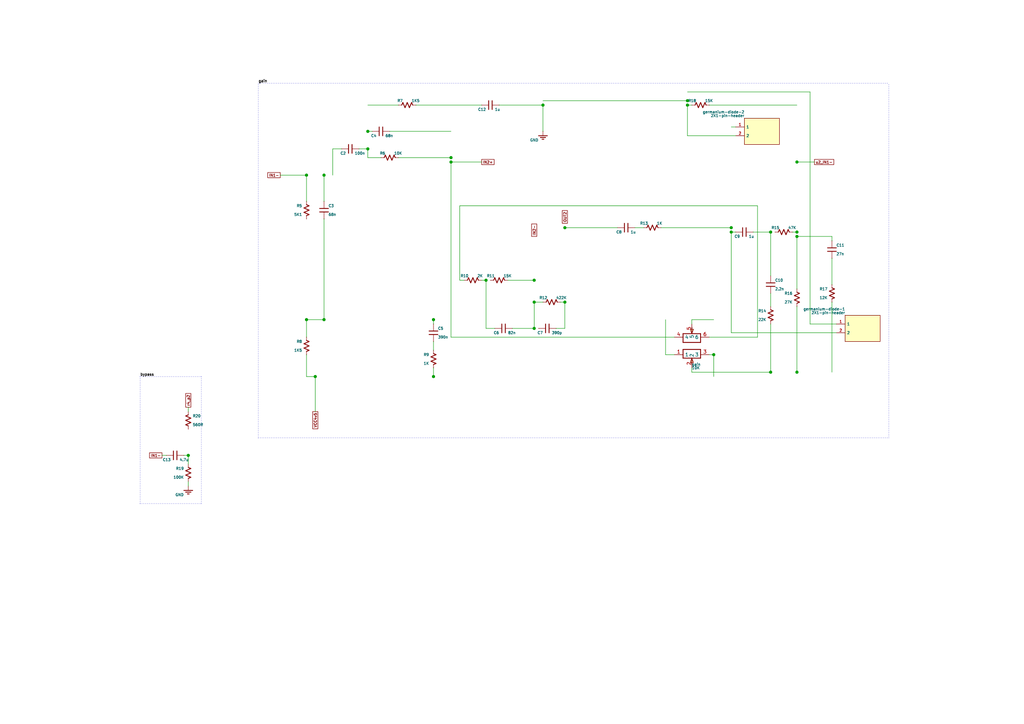
<source format=kicad_sch>
(kicad_sch (version 20230121) (generator jitx)
  (paper "A4")
  (wire (pts (xy 205.74 30.48) (xy 231.14 30.48)) (stroke (width 0.127)))
  (wire (pts (xy 231.14 46.99) (xy 236.22 46.99)) (stroke (width 0.127)))
  (wire (pts (xy 231.14 68.58) (xy 241.3 68.58)) (stroke (width 0.127)))
  (wire (pts (xy 229.87 67.31) (xy 231.14 67.31)) (stroke (width 0.127)))
  (wire (pts (xy 241.3 69.85) (xy 241.3 68.58)) (stroke (width 0.127)))
  (wire (pts (xy 231.14 83.82) (xy 231.14 30.48)) (stroke (width 0.127)))
  (wire (pts (xy 88.9 92.71) (xy 193.04 92.71)) (stroke (width 0.127)))
  (wire (pts (xy 193.04 102.87) (xy 195.58 102.87)) (stroke (width 0.127)))
  (wire (pts (xy 93.98 92.71) (xy 93.98 63.5)) (stroke (width 0.127)))
  (wire (pts (xy 88.9 97.79) (xy 88.9 63.5)) (stroke (width 0.127)))
  (wire (pts (xy 193.04 102.87) (xy 193.04 92.71)) (stroke (width 0.127)))
  (wire (pts (xy 125.73 93.98) (xy 125.73 92.71)) (stroke (width 0.127)))
  (wire (pts (xy 106.68 30.48) (xy 115.57 30.48)) (stroke (width 0.127)))
  (wire (pts (xy 106.68 38.1) (xy 107.95 38.1)) (stroke (width 0.127)))
  (wire (pts (xy 104.14 43.18) (xy 106.68 43.18)) (stroke (width 0.127)))
  (wire (pts (xy 106.68 45.72) (xy 110.49 45.72)) (stroke (width 0.127)))
  (wire (pts (xy 106.68 45.72) (xy 106.68 30.48)) (stroke (width 0.127)))
  (wire (pts (xy 200.66 107.95) (xy 241.3 107.95)) (stroke (width 0.127)))
  (wire (pts (xy 241.3 107.95) (xy 241.3 87.63)) (stroke (width 0.127)))
  (wire (pts (xy 231.14 107.95) (xy 231.14 88.9)) (stroke (width 0.127)))
  (wire (pts (xy 223.52 107.95) (xy 223.52 93.98)) (stroke (width 0.127)))
  (wire (pts (xy 200.66 107.95) (xy 200.66 106.68)) (stroke (width 0.127)))
  (wire (pts (xy 200.66 92.71) (xy 207.01 92.71)) (stroke (width 0.127)))
  (wire (pts (xy 205.74 102.87) (xy 207.01 102.87)) (stroke (width 0.127)))
  (wire (pts (xy 88.9 109.22) (xy 207.01 109.22)) (stroke (width 0.127)))
  (wire (pts (xy 207.01 109.22) (xy 207.01 92.71)) (stroke (width 0.127)))
  (wire (pts (xy 91.44 119.38) (xy 91.44 109.22)) (stroke (width 0.127)))
  (wire (pts (xy 88.9 109.22) (xy 88.9 102.87)) (stroke (width 0.127)))
  (wire (pts (xy 200.66 93.98) (xy 200.66 92.71)) (stroke (width 0.127)))
  (wire (pts (xy 125.73 109.22) (xy 125.73 106.68)) (stroke (width 0.127)))
  (wire (pts (xy 162.56 87.63) (xy 163.83 87.63)) (stroke (width 0.127)))
  (wire (pts (xy 161.29 95.25) (xy 163.83 95.25)) (stroke (width 0.127)))
  (wire (pts (xy 163.83 66.04) (xy 179.07 66.04)) (stroke (width 0.127)))
  (wire (pts (xy 163.83 95.25) (xy 163.83 64.77)) (stroke (width 0.127)))
  (wire (pts (xy 218.44 67.31) (xy 224.79 67.31)) (stroke (width 0.127)))
  (wire (pts (xy 223.52 80.01) (xy 223.52 67.31)) (stroke (width 0.127)))
  (wire (pts (xy 241.3 82.55) (xy 241.3 74.93)) (stroke (width 0.127)))
  (wire (pts (xy 140.97 95.25) (xy 143.51 95.25)) (stroke (width 0.127)))
  (wire (pts (xy 139.7 81.28) (xy 142.24 81.28)) (stroke (width 0.127)))
  (wire (pts (xy 140.97 95.25) (xy 140.97 81.28)) (stroke (width 0.127)))
  (wire (pts (xy 154.94 87.63) (xy 157.48 87.63)) (stroke (width 0.127)))
  (wire (pts (xy 148.59 95.25) (xy 156.21 95.25)) (stroke (width 0.127)))
  (wire (pts (xy 147.32 81.28) (xy 154.94 81.28)) (stroke (width 0.127)))
  (wire (pts (xy 154.94 95.25) (xy 154.94 68.58)) (stroke (width 0.127)))
  (wire (pts (xy 130.81 97.79) (xy 195.58 97.79)) (stroke (width 0.127)))
  (wire (pts (xy 113.03 38.1) (xy 130.81 38.1)) (stroke (width 0.127)))
  (wire (pts (xy 115.57 45.72) (xy 130.81 45.72)) (stroke (width 0.127)))
  (wire (pts (xy 130.81 46.99) (xy 139.7 46.99)) (stroke (width 0.127)))
  (wire (pts (xy 130.81 97.79) (xy 130.81 38.1)) (stroke (width 0.127)))
  (wire (pts (xy 234.95 93.98) (xy 242.57 93.98)) (stroke (width 0.127)))
  (wire (pts (xy 199.39 26.67) (xy 234.95 26.67)) (stroke (width 0.127)))
  (wire (pts (xy 157.48 29.21) (xy 199.39 29.21)) (stroke (width 0.127)))
  (wire (pts (xy 144.78 30.48) (xy 157.48 30.48)) (stroke (width 0.127)))
  (wire (pts (xy 199.39 39.37) (xy 213.36 39.37)) (stroke (width 0.127)))
  (wire (pts (xy 234.95 93.98) (xy 234.95 26.67)) (stroke (width 0.127)))
  (wire (pts (xy 199.39 39.37) (xy 199.39 26.67)) (stroke (width 0.127)))
  (wire (pts (xy 157.48 38.1) (xy 157.48 29.21)) (stroke (width 0.127)))
  (wire (pts (xy 199.39 30.48) (xy 200.66 30.48)) (stroke (width 0.127)))
  (wire (pts (xy 212.09 96.52) (xy 242.57 96.52)) (stroke (width 0.127)))
  (wire (pts (xy 212.09 36.83) (xy 213.36 36.83)) (stroke (width 0.127)))
  (wire (pts (xy 191.77 66.04) (xy 212.09 66.04)) (stroke (width 0.127)))
  (wire (pts (xy 212.09 67.31) (xy 213.36 67.31)) (stroke (width 0.127)))
  (wire (pts (xy 212.09 96.52) (xy 212.09 36.83)) (stroke (width 0.127)))
  (wire (pts (xy 125.73 101.6) (xy 125.73 99.06)) (stroke (width 0.127)))
  (wire (pts (xy 223.52 88.9) (xy 223.52 85.09)) (stroke (width 0.127)))
  (wire (pts (xy 133.35 81.28) (xy 134.62 81.28)) (stroke (width 0.127)))
  (wire (pts (xy 205.74 97.79) (xy 219.71 97.79)) (stroke (width 0.127)))
  (wire (pts (xy 133.35 59.69) (xy 219.71 59.69)) (stroke (width 0.127)))
  (wire (pts (xy 133.35 81.28) (xy 133.35 59.69)) (stroke (width 0.127)))
  (wire (pts (xy 219.71 97.79) (xy 219.71 59.69)) (stroke (width 0.127)))
  (wire (pts (xy 184.15 66.04) (xy 186.69 66.04)) (stroke (width 0.127)))
  (wire (pts (xy 96.52 43.18) (xy 99.06 43.18)) (stroke (width 0.127)))
  (wire (pts (xy 81.28 50.8) (xy 96.52 50.8)) (stroke (width 0.127)))
  (wire (pts (xy 96.52 50.8) (xy 96.52 43.18)) (stroke (width 0.127)))
  (wire (pts (xy 93.98 58.42) (xy 93.98 50.8)) (stroke (width 0.127)))
  (wire (pts (xy 88.9 58.42) (xy 88.9 50.8)) (stroke (width 0.127)))
  (wire (pts (xy 120.65 30.48) (xy 139.7 30.48)) (stroke (width 0.127)))
  (wire (pts (xy 53.34 132.08) (xy 54.61 132.08)) (stroke (width 0.127)))
  (wire (pts (xy 54.61 134.62) (xy 54.61 124.46)) (stroke (width 0.127)))
  (wire (pts (xy 54.61 140.97) (xy 54.61 139.7)) (stroke (width 0.127)))
  (wire (pts (xy 54.61 119.38) (xy 54.61 118.11)) (stroke (width 0.127)))
  (wire (pts (xy 46.99 132.08) (xy 48.26 132.08)) (stroke (width 0.127)))
  (polyline (pts (xy 74.93 24.13) (xy 257.81 24.13)) (stroke (width 0.127) (type dot)))
  (polyline (pts (xy 74.93 127.0) (xy 257.81 127.0)) (stroke (width 0.127) (type dot)))
  (polyline (pts (xy 74.93 127.0) (xy 74.93 24.13)) (stroke (width 0.127) (type dot)))
  (polyline (pts (xy 257.81 127.0) (xy 257.81 24.13)) (stroke (width 0.127) (type dot)))
  (polyline (pts (xy 40.64 109.22) (xy 58.42 109.22)) (stroke (width 0.127) (type dot)))
  (polyline (pts (xy 40.64 146.05) (xy 58.42 146.05)) (stroke (width 0.127) (type dot)))
  (polyline (pts (xy 40.64 146.05) (xy 40.64 109.22)) (stroke (width 0.127) (type dot)))
  (polyline (pts (xy 58.42 146.05) (xy 58.42 109.22)) (stroke (width 0.127) (type dot)))
  (junction (at 231.14 46.99) (diameter 0.762))
  (junction (at 231.14 68.58) (diameter 0.762))
  (junction (at 231.14 67.31) (diameter 0.762))
  (junction (at 93.98 92.71) (diameter 0.762))
  (junction (at 88.9 92.71) (diameter 0.762))
  (junction (at 125.73 92.71) (diameter 0.762))
  (junction (at 106.68 38.1) (diameter 0.762))
  (junction (at 106.68 43.18) (diameter 0.762))
  (junction (at 231.14 107.95) (diameter 0.762))
  (junction (at 223.52 107.95) (diameter 0.762))
  (junction (at 207.01 102.87) (diameter 0.762))
  (junction (at 91.44 109.22) (diameter 0.762))
  (junction (at 125.73 109.22) (diameter 0.762))
  (junction (at 163.83 87.63) (diameter 0.762))
  (junction (at 163.83 66.04) (diameter 0.762))
  (junction (at 223.52 67.31) (diameter 0.762))
  (junction (at 140.97 81.28) (diameter 0.762))
  (junction (at 154.94 87.63) (diameter 0.762))
  (junction (at 154.94 95.25) (diameter 0.762))
  (junction (at 154.94 81.28) (diameter 0.762))
  (junction (at 130.81 45.72) (diameter 0.762))
  (junction (at 130.81 46.99) (diameter 0.762))
  (junction (at 199.39 29.21) (diameter 0.762))
  (junction (at 157.48 30.48) (diameter 0.762))
  (junction (at 199.39 30.48) (diameter 0.762))
  (junction (at 212.09 66.04) (diameter 0.762))
  (junction (at 212.09 67.31) (diameter 0.762))
  (junction (at 93.98 50.8) (diameter 0.762))
  (junction (at 88.9 50.8) (diameter 0.762))
  (junction (at 54.61 132.08) (diameter 0.762))
  (label "gain" (at 74.93 24.13 0) (effects (font (size 0.762 0.762))))
  (label "bypass" (at 40.64 109.22 0) (effects (font (size 0.762 0.762))))
  (global_label "u2_IN1-" (shape passive) (at 236.22 46.99 0) (effects (font (size 0.762 0.762))))
  (global_label "VCC4v5" (shape passive) (at 91.44 119.38 270) (effects (font (size 0.762 0.762))))
  (global_label "OUT2" (shape passive) (at 163.83 64.77 90) (effects (font (size 0.762 0.762))))
  (global_label "IN2-" (shape passive) (at 154.94 68.58 90) (effects (font (size 0.762 0.762))))
  (global_label "IN2+" (shape passive) (at 139.7 46.99 0) (effects (font (size 0.762 0.762))))
  (global_label "IN1-" (shape passive) (at 81.28 50.8 180) (effects (font (size 0.762 0.762))))
  (global_label "r4_p2" (shape passive) (at 54.61 118.11 90) (effects (font (size 0.762 0.762))))
  (global_label "IN1-" (shape passive) (at 46.99 132.08 180) (effects (font (size 0.762 0.762))))
  (symbol (lib_id "my_capacitor_11") (at 142.24 30.48 90.0) (unit 1)
    (property "Reference" "C12" (at 140.97 31.75 270.0) (effects (font (size 0.762 0.762)) (justify right)))
    (property "Value" "1u" (at 143.51 31.75 270.0) (effects (font (size 0.762 0.762)) (justify left)))
    (property "Footprint" "centaur:Pkg0402" (effects hide))
    (property "Datasheet" "http://www.calchipelectronics.com/pdf/gmc_series.pdf" (effects hide))
    (property "Name" "gain_c16" (effects hide))
    (property "Description" "10V 1uF X7R ±10% 0402  Multilayer Ceramic Capacitors MLCC - SMD/SMT ROHS" (effects hide))
    (property "Manufacturer" "Cal-Chip Electronics" (effects hide))
    (property "MPN" "GMC04X7R105K10NT" (effects hide))
    (property "Reference-prefix" "C" (effects hide))
  )
  (symbol (lib_id "my_resistor_6") (at 189.23 66.04 270.0) (unit 1)
    (property "Reference" "R13" (at 187.96 64.77 90.0) (effects (font (size 0.762 0.762)) (justify right)))
    (property "Value" "1K" (at 190.5 64.77 90.0) (effects (font (size 0.762 0.762)) (justify left)))
    (property "Footprint" "centaur:Pkg0402_3" (effects hide))
    (property "Datasheet" "https://datasheet.lcsc.com/lcsc/2202020800_Vishay-Intertech-RCA04021K00JNED_C2098137.pdf" (effects hide))
    (property "Name" "gain_r13" (effects hide))
    (property "Description" "62.5mW Thick Film Resistors 50V ±5% ±200ppm/℃ -55℃~+155℃ 1kΩ 0402  Chip Resistor - Surface Mount ROHS" (effects hide))
    (property "Manufacturer" "Vishay" (effects hide))
    (property "MPN" "RCA04021K00JNED" (effects hide))
    (property "Reference-prefix" "R" (effects hide))
  )
  (symbol (lib_id "my_capacitor_2") (at 215.9 67.31 90.0) (unit 1)
    (property "Reference" "C9" (at 214.63 68.58 270.0) (effects (font (size 0.762 0.762)) (justify right)))
    (property "Value" "1u" (at 217.17 68.58 270.0) (effects (font (size 0.762 0.762)) (justify left)))
    (property "Footprint" "centaur:Pkg0402" (effects hide))
    (property "Datasheet" "http://www.calchipelectronics.com/pdf/gmc_series.pdf" (effects hide))
    (property "Name" "gain_c10" (effects hide))
    (property "Description" "10V 1uF X7R ±10% 0402  Multilayer Ceramic Capacitors MLCC - SMD/SMT ROHS" (effects hide))
    (property "Manufacturer" "Cal-Chip Electronics" (effects hide))
    (property "MPN" "GMC04X7R105K10NT" (effects hide))
    (property "Reference-prefix" "C" (effects hide))
  )
  (symbol (lib_id "my_resistor_26") (at 137.16 81.28 270.0) (unit 1)
    (property "Reference" "R10" (at 135.89 80.01 90.0) (effects (font (size 0.762 0.762)) (justify right)))
    (property "Value" "2K" (at 138.43 80.01 90.0) (effects (font (size 0.762 0.762)) (justify left)))
    (property "Footprint" "centaur:Pkg0402_4" (effects hide))
    (property "Datasheet" "https://datasheet.lcsc.com/lcsc/2202021200_BOURNS-CRT0402-FZ-2001GLF_C2106109.pdf" (effects hide))
    (property "Name" "gain_r10" (effects hide))
    (property "Description" "62.5mW Thin Film Resistor 25V ±50ppm/℃ ±1% -55℃~+155℃ 2kΩ 0402  Chip Resistor - Surface Mount ROHS" (effects hide))
    (property "Manufacturer" "Bourns" (effects hide))
    (property "MPN" "CRT0402-FZ-2001GLF" (effects hide))
    (property "Reference-prefix" "R" (effects hide))
  )
  (symbol (lib_id "my_capacitor_6") (at 50.8 132.08 90.0) (unit 1)
    (property "Reference" "C13" (at 49.53 133.35 270.0) (effects (font (size 0.762 0.762)) (justify right)))
    (property "Value" "4.7u" (at 52.07 133.35 270.0) (effects (font (size 0.762 0.762)) (justify left)))
    (property "Footprint" "centaur:Pkg0603" (effects hide))
    (property "Datasheet" "https://datasheet.lcsc.com/lcsc/2201131300_Murata-Electronics-GRM188Z71A475KE15D_C913474.pdf" (effects hide))
    (property "Name" "bypass_c2" (effects hide))
    (property "Description" "10V 4.7uF X7R ±10% 0603  Multilayer Ceramic Capacitors MLCC - SMD/SMT ROHS" (effects hide))
    (property "Manufacturer" "Murata" (effects hide))
    (property "MPN" "GRM188Z71A475KE15D" (effects hide))
    (property "Reference-prefix" "C" (effects hide))
  )
  (symbol (lib_id "my_capacitor_19") (at 146.05 95.25 90.0) (unit 1)
    (property "Reference" "C6" (at 144.78 96.52 270.0) (effects (font (size 0.762 0.762)) (justify right)))
    (property "Value" "82n" (at 147.32 96.52 270.0) (effects (font (size 0.762 0.762)) (justify left)))
    (property "Footprint" "centaur:Pkg1206" (effects hide))
    (property "Datasheet" "https://datasheet.lcsc.com/lcsc/2202041100_KEMET-C1206C823J5GAC7800_C2179853.pdf" (effects hide))
    (property "Name" "gain_c7" (effects hide))
    (property "Description" "50V 82nF C0G ±5% 1206  Multilayer Ceramic Capacitors MLCC - SMD/SMT ROHS" (effects hide))
    (property "Manufacturer" "YAGEO" (effects hide))
    (property "MPN" "C1206C823J5GAC7800" (effects hide))
    (property "Reference-prefix" "C" (effects hide))
  )
  (symbol (lib_id "my_resistor_19") (at 118.11 30.48 270.0) (unit 1)
    (property "Reference" "R7" (at 116.84 29.21 90.0) (effects (font (size 0.762 0.762)) (justify right)))
    (property "Value" "1K5" (at 119.38 29.21 90.0) (effects (font (size 0.762 0.762)) (justify left)))
    (property "Footprint" "centaur:Pkg0402_2" (effects hide))
    (property "Datasheet" "www.vishay.com/doc?28700" (effects hide))
    (property "Name" "gain_r7" (effects hide))
    (property "Description" "MCS 0402-25 0.1% E0 1K5" (effects hide))
    (property "Manufacturer" "Vishay" (effects hide))
    (property "MPN" "MCS04020D1501BE000" (effects hide))
    (property "Reference-prefix" "R" (effects hide))
  )
  (symbol (lib_id "my_capacitor_14") (at 93.98 60.96 0.0) (unit 1)
    (property "Reference" "C3" (at 95.25 59.69 0.0) (effects (font (size 0.762 0.762)) (justify left)))
    (property "Value" "68n" (at 95.25 62.23 0.0) (effects (font (size 0.762 0.762)) (justify left)))
    (property "Footprint" "centaur:Pkg1206_1" (effects hide))
    (property "Datasheet" "https://product.tdk.com/info/en/catalog/datasheets/mlcc_commercial_soft_en.pdf?ref_disty=digikey" (effects hide))
    (property "Name" "gain_c4" (effects hide))
    (property "Description" "50V 68nF C0G ±5% 1206  Multilayer Ceramic Capacitors MLCC - SMD/SMT ROHS" (effects hide))
    (property "Manufacturer" "TDK" (effects hide))
    (property "MPN" "C3216C0G1H683J160AE" (effects hide))
    (property "Reference-prefix" "C" (effects hide))
  )
  (symbol (lib_id "my_resistor_12") (at 241.3 85.09 180.0) (unit 1)
    (property "Reference" "R17" (at 240.03 83.82 0.0) (effects (font (size 0.762 0.762)) (justify left)))
    (property "Value" "12K" (at 240.03 86.36 0.0) (effects (font (size 0.762 0.762)) (justify left)))
    (property "Footprint" "centaur:Pkg0402_3" (effects hide))
    (property "Datasheet" "https://datasheet.lcsc.com/lcsc/2210181800_CAL-CHIP-ELECTRONICS--INC--RM04J123CT_C4022487.pdf" (effects hide))
    (property "Name" "gain_r18" (effects hide))
    (property "Description" "62.5mW Thick Film Resistors ±100ppm/℃ ±5% 12kΩ 0402  Chip Resistor - Surface Mount ROHS" (effects hide))
    (property "Manufacturer" "Cal-Chip Electronics" (effects hide))
    (property "MPN" "RM04J123CT" (effects hide))
    (property "Reference-prefix" "R" (effects hide))
  )
  (symbol (lib_id "pin_header") (at 250.19 95.25 0.0) (unit 1)
    (property "Reference" "germanium-diode-1" (at 245.11 90.078 0.0) (effects (font (size 0.762 0.762)) (justify right bottom)))
    (property "Value" "2X1-pin-header" (at 245.11 91.14 0.0) (effects (font (size 0.762 0.762)) (justify right bottom)))
    (property "Footprint" "centaur:PIN_GRID_1" (effects hide))
    (property "Name" "gain_d2" (effects hide))
    (property "Description" "Generic pin-header" (effects hide))
    (property "MPN" "2X1-pin-header" (effects hide))
    (property "Reference-prefix" "J" (effects hide))
  )
  (symbol (lib_id "my_resistor_8") (at 223.52 91.44 180.0) (unit 1)
    (property "Reference" "R14" (at 222.25 90.17 0.0) (effects (font (size 0.762 0.762)) (justify left)))
    (property "Value" "22K" (at 222.25 92.71 0.0) (effects (font (size 0.762 0.762)) (justify left)))
    (property "Footprint" "centaur:Pkg0402_3" (effects hide))
    (property "Datasheet" "https://www.koaspeer.com/pdfs/RK73-RT.pdf" (effects hide))
    (property "Name" "gain_r15" (effects hide))
    (property "Description" "RES 22K OHM 1% 1/10W 0402" (effects hide))
    (property "Manufacturer" "KOA Speer Electronics, Inc." (effects hide))
    (property "MPN" "RK73H1ERTTP2202F" (effects hide))
    (property "Reference-prefix" "R" (effects hide))
  )
  (symbol (lib_id "my_capacitor_3") (at 223.52 82.55 0.0) (unit 1)
    (property "Reference" "C10" (at 224.79 81.28 0.0) (effects (font (size 0.762 0.762)) (justify left)))
    (property "Value" "2.2n" (at 224.79 83.82 0.0) (effects (font (size 0.762 0.762)) (justify left)))
    (property "Footprint" "centaur:Pkg0402_1" (effects hide))
    (property "Datasheet" "https://datasheet.lcsc.com/lcsc/2202040230_KEMET-C0402C222J3GACTU_C2167434.pdf" (effects hide))
    (property "Name" "gain_c11" (effects hide))
    (property "Description" "25V 2.2nF C0G ±5% 0402  Multilayer Ceramic Capacitors MLCC - SMD/SMT ROHS" (effects hide))
    (property "Manufacturer" "YAGEO" (effects hide))
    (property "MPN" "C0402C222J3GACTU" (effects hide))
    (property "Reference-prefix" "C" (effects hide))
  )
  (symbol (lib_id "my_resistor_2") (at 144.78 81.28 270.0) (unit 1)
    (property "Reference" "R11" (at 143.51 80.01 90.0) (effects (font (size 0.762 0.762)) (justify right)))
    (property "Value" "15K" (at 146.05 80.01 90.0) (effects (font (size 0.762 0.762)) (justify left)))
    (property "Footprint" "centaur:Pkg0402_3" (effects hide))
    (property "Datasheet" "https://www.te.com/commerce/DocumentDelivery/DDEController?Action=srchrtrv&DocNm=1309350_PASSIVE_COMPONENT&DocType=Catalog+Section&DocLang=English&DocFormat=pdf&PartCntxt=1-1676480-5" (effects hide))
    (property "Name" "gain_r11" (effects hide))
    (property "Description" "63mW Thick Film Resistors ±100ppm/℃ ±1% 15kΩ 0402  Chip Resistor - Surface Mount ROHS" (effects hide))
    (property "Manufacturer" "TE Connectivity" (effects hide))
    (property "MPN" "1-1676480-5" (effects hide))
    (property "Reference-prefix" "R" (effects hide))
  )
  (symbol (lib_id "my_resistor_11") (at 54.61 137.16 180.0) (unit 1)
    (property "Reference" "R19" (at 53.34 135.89 0.0) (effects (font (size 0.762 0.762)) (justify left)))
    (property "Value" "100K" (at 53.34 138.43 0.0) (effects (font (size 0.762 0.762)) (justify left)))
    (property "Footprint" "centaur:Pkg0402_3" (effects hide))
    (property "Datasheet" "https://www.koaspeer.com/pdfs/SG73S.pdf" (effects hide))
    (property "Name" "bypass_r3" (effects hide))
    (property "Description" "RES 100K OHM 0.5% 1/8W 0402" (effects hide))
    (property "Manufacturer" "KOA Speer Electronics, Inc." (effects hide))
    (property "MPN" "SG73S1ETTP1003D" (effects hide))
    (property "Reference-prefix" "R" (effects hide))
  )
  (symbol (lib_id "my_capacitor_21") (at 158.75 95.25 90.0) (unit 1)
    (property "Reference" "C7" (at 157.48 96.52 270.0) (effects (font (size 0.762 0.762)) (justify right)))
    (property "Value" "390p" (at 160.02 96.52 270.0) (effects (font (size 0.762 0.762)) (justify left)))
    (property "Footprint" "centaur:Pkg0402" (effects hide))
    (property "Datasheet" "http://www.calchipelectronics.com/pdf/gmc_series.pdf" (effects hide))
    (property "Name" "gain_c8" (effects hide))
    (property "Description" "50V 390pF C0G ±2% 0402  Multilayer Ceramic Capacitors MLCC - SMD/SMT ROHS" (effects hide))
    (property "Manufacturer" "Cal-Chip Electronics" (effects hide))
    (property "MPN" "GMC04CG391G50NT" (effects hide))
    (property "Reference-prefix" "C" (effects hide))
  )
  (symbol (lib_id "my_resistor_22") (at 88.9 100.33 180.0) (unit 1)
    (property "Reference" "R8" (at 87.63 99.06 0.0) (effects (font (size 0.762 0.762)) (justify left)))
    (property "Value" "1K5" (at 87.63 101.6 0.0) (effects (font (size 0.762 0.762)) (justify left)))
    (property "Footprint" "centaur:Pkg0402_2" (effects hide))
    (property "Datasheet" "www.vishay.com/doc?28700" (effects hide))
    (property "Name" "gain_r8" (effects hide))
    (property "Description" "MCS 0402-25 0.1% E0 1K5" (effects hide))
    (property "Manufacturer" "Vishay" (effects hide))
    (property "MPN" "MCS04020D1501BE000" (effects hide))
    (property "Reference-prefix" "R" (effects hide))
  )
  (symbol (lib_id "my_capacitor_16") (at 110.49 38.1 90.0) (unit 1)
    (property "Reference" "C4" (at 109.22 39.37 270.0) (effects (font (size 0.762 0.762)) (justify right)))
    (property "Value" "68n" (at 111.76 39.37 270.0) (effects (font (size 0.762 0.762)) (justify left)))
    (property "Footprint" "centaur:Pkg1206_1" (effects hide))
    (property "Datasheet" "https://product.tdk.com/info/en/catalog/datasheets/mlcc_commercial_soft_en.pdf?ref_disty=digikey" (effects hide))
    (property "Name" "gain_c5" (effects hide))
    (property "Description" "50V 68nF C0G ±5% 1206  Multilayer Ceramic Capacitors MLCC - SMD/SMT ROHS" (effects hide))
    (property "Manufacturer" "TDK" (effects hide))
    (property "MPN" "C3216C0G1H683J160AE" (effects hide))
    (property "Reference-prefix" "C" (effects hide))
  )
  (symbol (lib_id "my_resistor_15") (at 88.9 60.96 180.0) (unit 1)
    (property "Reference" "R5" (at 87.63 59.69 0.0) (effects (font (size 0.762 0.762)) (justify left)))
    (property "Value" "5K1" (at 87.63 62.23 0.0) (effects (font (size 0.762 0.762)) (justify left)))
    (property "Footprint" "centaur:Pkg0402_2" (effects hide))
    (property "Datasheet" "https://www.vishay.com/docs/28705/mcx0x0xpro.pdf" (effects hide))
    (property "Name" "gain_r5" (effects hide))
    (property "Description" "RES SMD 5.1K OHM 1% 1/10W 0402" (effects hide))
    (property "Manufacturer" "Vishay" (effects hide))
    (property "MPN" "MCS04020C5101FE000" (effects hide))
    (property "Reference-prefix" "R" (effects hide))
  )
  (symbol (lib_id "my_resistor_14") (at 203.2 30.48 270.0) (unit 1)
    (property "Reference" "R18" (at 201.93 29.21 90.0) (effects (font (size 0.762 0.762)) (justify right)))
    (property "Value" "15K" (at 204.47 29.21 90.0) (effects (font (size 0.762 0.762)) (justify left)))
    (property "Footprint" "centaur:Pkg0402_3" (effects hide))
    (property "Datasheet" "https://www.te.com/commerce/DocumentDelivery/DDEController?Action=srchrtrv&DocNm=1309350_PASSIVE_COMPONENT&DocType=Catalog+Section&DocLang=English&DocFormat=pdf&PartCntxt=1-1676480-5" (effects hide))
    (property "Name" "gain_r19" (effects hide))
    (property "Description" "63mW Thick Film Resistors ±100ppm/℃ ±1% 15kΩ 0402  Chip Resistor - Surface Mount ROHS" (effects hide))
    (property "Manufacturer" "TE Connectivity" (effects hide))
    (property "MPN" "1-1676480-5" (effects hide))
    (property "Reference-prefix" "R" (effects hide))
  )
  (symbol (lib_id "pin_header") (at 220.98 38.1 0.0) (unit 1)
    (property "Reference" "germanium-diode-2" (at 215.9 32.928 0.0) (effects (font (size 0.762 0.762)) (justify right bottom)))
    (property "Value" "2X1-pin-header" (at 215.9 33.99 0.0) (effects (font (size 0.762 0.762)) (justify right bottom)))
    (property "Footprint" "centaur:PIN_GRID_1" (effects hide))
    (property "Name" "gain_d3" (effects hide))
    (property "Description" "Generic pin-header" (effects hide))
    (property "MPN" "2X1-pin-header" (effects hide))
    (property "Reference-prefix" "J" (effects hide))
  )
  (symbol (lib_id "my_resistor_9") (at 227.33 67.31 270.0) (unit 1)
    (property "Reference" "R15" (at 226.06 66.04 90.0) (effects (font (size 0.762 0.762)) (justify right)))
    (property "Value" "47K" (at 228.6 66.04 90.0) (effects (font (size 0.762 0.762)) (justify left)))
    (property "Footprint" "centaur:Pkg0402_3" (effects hide))
    (property "Datasheet" "https://www.meritekusa.com/wp-content/uploads/2018/06/Standard-Chip-Resistor-CR-Series.pdf" (effects hide))
    (property "Name" "gain_r16" (effects hide))
    (property "Description" "62.5mW Thick Film Resistors ±1% 47kΩ 0402  Chip Resistor - Surface Mount ROHS" (effects hide))
    (property "Manufacturer" "Meritek" (effects hide))
    (property "MPN" "CR204702F" (effects hide))
    (property "Reference-prefix" "R" (effects hide))
  )
  (symbol (lib_id "my_capacitor_7") (at 241.3 72.39 0.0) (unit 1)
    (property "Reference" "C11" (at 242.57 71.12 0.0) (effects (font (size 0.762 0.762)) (justify left)))
    (property "Value" "27n" (at 242.57 73.66 0.0) (effects (font (size 0.762 0.762)) (justify left)))
    (property "Footprint" "centaur:Pkg0805" (effects hide))
    (property "Datasheet" "https://datasheet.lcsc.com/lcsc/2202040300_KEMET-C0805C273F3GAC7800_C2168268.pdf" (effects hide))
    (property "Name" "gain_c12" (effects hide))
    (property "Description" "25V 27nF C0G ±1% 0805  Multilayer Ceramic Capacitors MLCC - SMD/SMT ROHS" (effects hide))
    (property "Manufacturer" "YAGEO" (effects hide))
    (property "MPN" "C0805C273F3GAC7800" (effects hide))
    (property "Reference-prefix" "C" (effects hide))
  )
  (symbol (lib_id "my_resistor_4") (at 160.02 87.63 270.0) (unit 1)
    (property "Reference" "R12" (at 158.75 86.36 90.0) (effects (font (size 0.762 0.762)) (justify right)))
    (property "Value" "422K" (at 161.29 86.36 90.0) (effects (font (size 0.762 0.762)) (justify left)))
    (property "Footprint" "centaur:Pkg0402_3" (effects hide))
    (property "Datasheet" "https://industrial.panasonic.com/cdbs/www-data/pdf/RDA0000/AOA0000C304.pdf" (effects hide))
    (property "Name" "gain_r12" (effects hide))
    (property "Description" "RES SMD 422K OHM 1% 1/10W 0402" (effects hide))
    (property "Manufacturer" "Panasonic" (effects hide))
    (property "MPN" "ERJ-2RKF4223X" (effects hide))
    (property "Reference-prefix" "R" (effects hide))
  )
  (symbol (lib_id "my_resistor_13") (at 54.61 121.92 0.0) (unit 1)
    (property "Reference" "R20" (at 55.88 120.65 0.0) (effects (font (size 0.762 0.762)) (justify left)))
    (property "Value" "560R" (at 55.88 123.19 0.0) (effects (font (size 0.762 0.762)) (justify left)))
    (property "Footprint" "centaur:Pkg0402_3" (effects hide))
    (property "Datasheet" "https://fscdn.rohm.com/en/products/databook/datasheet/passive/resistor/chip_resistor/esr-e.pdf" (effects hide))
    (property "Name" "bypass_r4" (effects hide))
    (property "Description" "RES SMD 560 OHM 5% 1/5W 0402" (effects hide))
    (property "Manufacturer" "Rohm Semiconductor" (effects hide))
    (property "MPN" "ESR01MZPJ561" (effects hide))
    (property "Reference-prefix" "R" (effects hide))
  )
  (symbol (lib_id "my_capacitor_1") (at 181.61 66.04 90.0) (unit 1)
    (property "Reference" "C8" (at 180.34 67.31 270.0) (effects (font (size 0.762 0.762)) (justify right)))
    (property "Value" "1u" (at 182.88 67.31 270.0) (effects (font (size 0.762 0.762)) (justify left)))
    (property "Footprint" "centaur:Pkg0402" (effects hide))
    (property "Datasheet" "http://www.calchipelectronics.com/pdf/gmc_series.pdf" (effects hide))
    (property "Name" "gain_c9" (effects hide))
    (property "Description" "10V 1uF X7R ±10% 0402  Multilayer Ceramic Capacitors MLCC - SMD/SMT ROHS" (effects hide))
    (property "Manufacturer" "Cal-Chip Electronics" (effects hide))
    (property "MPN" "GMC04X7R105K10NT" (effects hide))
    (property "Reference-prefix" "C" (effects hide))
  )
  (symbol (lib_id "my_resistor_24") (at 125.73 104.14 180.0) (unit 1)
    (property "Reference" "R9" (at 124.46 102.87 0.0) (effects (font (size 0.762 0.762)) (justify left)))
    (property "Value" "1K" (at 124.46 105.41 0.0) (effects (font (size 0.762 0.762)) (justify left)))
    (property "Footprint" "centaur:Pkg0402_3" (effects hide))
    (property "Datasheet" "https://datasheet.lcsc.com/lcsc/2202020800_Vishay-Intertech-RCA04021K00JNED_C2098137.pdf" (effects hide))
    (property "Name" "gain_r9" (effects hide))
    (property "Description" "62.5mW Thick Film Resistors 50V ±5% ±200ppm/℃ -55℃~+155℃ 1kΩ 0402  Chip Resistor - Surface Mount ROHS" (effects hide))
    (property "Manufacturer" "Vishay" (effects hide))
    (property "MPN" "RCA04021K00JNED" (effects hide))
    (property "Reference-prefix" "R" (effects hide))
  )
  (symbol (lib_id "my_capacitor_17") (at 125.73 96.52 0.0) (unit 1)
    (property "Reference" "C5" (at 127.0 95.25 0.0) (effects (font (size 0.762 0.762)) (justify left)))
    (property "Value" "390n" (at 127.0 97.79 0.0) (effects (font (size 0.762 0.762)) (justify left)))
    (property "Footprint" "centaur:Pkg1825" (effects hide))
    (property "Datasheet" "https://www.knowlescapacitors.com/getattachment/2dbfc8bc-e2b3-4b4d-afb1-43b011b9ebe0/High-Std-Voltage.aspx" (effects hide))
    (property "Name" "gain_c6" (effects hide))
    (property "Manufacturer" "Knowles" (effects hide))
    (property "MPN" "1825Y0100394GCT" (effects hide))
    (property "Reference-prefix" "C" (effects hide))
  )
  (symbol (lib_id "my_resistor_16") (at 113.03 45.72 270.0) (unit 1)
    (property "Reference" "R6" (at 111.76 44.45 90.0) (effects (font (size 0.762 0.762)) (justify right)))
    (property "Value" "10K" (at 114.3 44.45 90.0) (effects (font (size 0.762 0.762)) (justify left)))
    (property "Footprint" "centaur:Pkg0402_3" (effects hide))
    (property "Datasheet" "https://www.vishay.com/docs/28779/tnpue3.pdf" (effects hide))
    (property "Name" "gain_r6" (effects hide))
    (property "Description" "TNPU0402 10K 0.1% T-16 EP1 E3" (effects hide))
    (property "Manufacturer" "Vishay" (effects hide))
    (property "MPN" "TNPU040210K0BZEP00" (effects hide))
    (property "Reference-prefix" "R" (effects hide))
  )
  (symbol (lib_id "my_capacitor_12") (at 101.6 43.18 90.0) (unit 1)
    (property "Reference" "C2" (at 100.33 44.45 270.0) (effects (font (size 0.762 0.762)) (justify right)))
    (property "Value" "100n" (at 102.87 44.45 270.0) (effects (font (size 0.762 0.762)) (justify left)))
    (property "Footprint" "centaur:Pkg1206" (effects hide))
    (property "Datasheet" "https://page.venkel.com/hubfs/Resources/Datasheets/C-Series.pdf" (effects hide))
    (property "Name" "gain_c3" (effects hide))
    (property "Description" "50V 100nF C0G ±5% 1206  Multilayer Ceramic Capacitors MLCC - SMD/SMT ROHS" (effects hide))
    (property "Manufacturer" "Venkel" (effects hide))
    (property "MPN" "C1206C0G500-104JNE" (effects hide))
    (property "Reference-prefix" "C" (effects hide))
  )
  (symbol (lib_id "C370979") (at 200.66 100.33 180.0) (unit 1)
    (property "Reference" "gain" (at 200.66 106.140007620015 0.0) (effects (font (size 0.762 0.762)) (justify right top)))
    (property "Value" "10K" (at 200.66 107.140007620015 0.0) (effects (font (size 0.762 0.762)) (justify right top)))
    (property "Footprint" "centaur:LP_2" (effects hide))
    (property "Datasheet" "https://datasheet.lcsc.com/lcsc/1912111437_ALPSALPINE-RK16312A0BKR_C370979.pdf" (effects hide))
    (property "Name" "gain_rv-gain" (effects hide))
    (property "Description" "±20% 50mW 10kΩ Plugin  Variable Resistors/Potentiometers ROHS" (effects hide))
    (property "Manufacturer" "ALPSALPINE" (effects hide))
    (property "MPN" "RK16312A0BKR" (effects hide))
  )
  (symbol (lib_id "my_resistor_10") (at 231.14 86.36 180.0) (unit 1)
    (property "Reference" "R16" (at 229.87 85.09 0.0) (effects (font (size 0.762 0.762)) (justify left)))
    (property "Value" "27K" (at 229.87 87.63 0.0) (effects (font (size 0.762 0.762)) (justify left)))
    (property "Footprint" "centaur:Pkg0402_3" (effects hide))
    (property "Datasheet" "https://www.koaspeer.com/pdfs/RK73B.pdf" (effects hide))
    (property "Name" "gain_r17" (effects hide))
    (property "Description" "RES 27K OHM 5% 1/10W 0402" (effects hide))
    (property "Manufacturer" "KOA Speer Electronics, Inc." (effects hide))
    (property "MPN" "RK73B1ETTP273J" (effects hide))
    (property "Reference-prefix" "R" (effects hide))
  )
  (symbol (lib_id "GND") (at 157.48 38.1 0.0) (unit 1)
    (property "Reference" "#PWR?" (effects hide))
    (property "Value" "GND" (at 154.94 40.64 0.0) (effects (font (size 0.762 0.762))))
  )
  (symbol (lib_id "GND") (at 54.61 140.97 0.0) (unit 1)
    (property "Reference" "#PWR?" (effects hide))
    (property "Value" "GND" (at 52.07 143.51 0.0) (effects (font (size 0.762 0.762))))
  )
)
</source>
